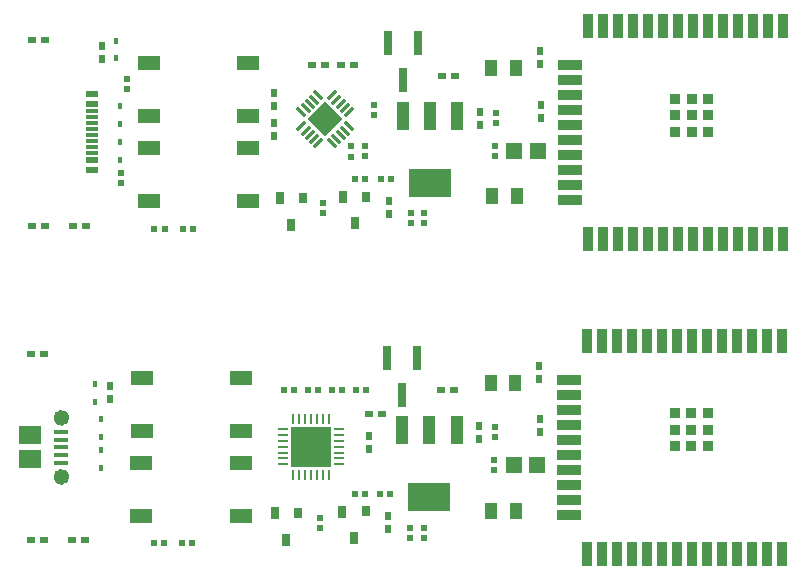
<source format=gtp>
G04 #@! TF.GenerationSoftware,KiCad,Pcbnew,7.0.9*
G04 #@! TF.CreationDate,2024-10-07T22:18:26-04:00*
G04 #@! TF.ProjectId,ESP32_VP,45535033-325f-4565-902e-6b696361645f,rev?*
G04 #@! TF.SameCoordinates,Original*
G04 #@! TF.FileFunction,Paste,Top*
G04 #@! TF.FilePolarity,Positive*
%FSLAX46Y46*%
G04 Gerber Fmt 4.6, Leading zero omitted, Abs format (unit mm)*
G04 Created by KiCad (PCBNEW 7.0.9) date 2024-10-07 22:18:26*
%MOMM*%
%LPD*%
G01*
G04 APERTURE LIST*
G04 Aperture macros list*
%AMRotRect*
0 Rectangle, with rotation*
0 The origin of the aperture is its center*
0 $1 length*
0 $2 width*
0 $3 Rotation angle, in degrees counterclockwise*
0 Add horizontal line*
21,1,$1,$2,0,0,$3*%
G04 Aperture macros list end*
%ADD10C,0.680000*%
%ADD11R,0.639600X0.965200*%
%ADD12R,0.639600X1.016000*%
%ADD13R,0.705600X1.015400*%
%ADD14R,0.540000X0.570000*%
%ADD15R,1.900000X1.300000*%
%ADD16R,0.540000X0.790000*%
%ADD17R,0.790000X0.540000*%
%ADD18R,1.000000X1.400000*%
%ADD19RotRect,0.300000X1.000000X135.000000*%
%ADD20RotRect,0.300000X1.000000X45.000000*%
%ADD21RotRect,2.150000X2.150000X45.000000*%
%ADD22R,0.950000X2.100000*%
%ADD23R,2.100000X0.950000*%
%ADD24R,0.900000X0.900000*%
%ADD25R,0.570000X0.540000*%
%ADD26R,0.400000X0.600000*%
%ADD27R,0.980000X2.470000*%
%ADD28R,3.600000X2.470000*%
%ADD29R,1.410000X1.350000*%
%ADD30R,0.740000X2.100000*%
%ADD31R,1.100000X0.550000*%
%ADD32R,1.100000X0.300000*%
%ADD33R,0.910000X0.280000*%
%ADD34R,0.280000X0.910000*%
%ADD35R,3.350000X3.350000*%
%ADD36R,1.300000X0.400000*%
%ADD37R,1.900000X1.500000*%
G04 APERTURE END LIST*
D10*
X67867000Y-123357000D02*
G75*
G03*
X67867000Y-123357000I-340000J0D01*
G01*
X67867000Y-128357000D02*
G75*
G03*
X67867000Y-128357000I-340000J0D01*
G01*
D11*
X93324200Y-104648000D03*
D12*
X91363800Y-104673400D03*
D13*
X92346800Y-106908300D03*
D14*
X94003600Y-96877400D03*
X94003600Y-97737400D03*
D15*
X83295600Y-104993000D03*
X74895600Y-104993000D03*
X83295600Y-100493000D03*
X74895600Y-100493000D03*
D16*
X70942200Y-91906000D03*
X70942200Y-93006000D03*
D17*
X68461800Y-107086400D03*
X69561800Y-107086400D03*
D14*
X89636600Y-105198000D03*
X89636600Y-106058000D03*
D17*
X92320200Y-93472000D03*
X91220200Y-93472000D03*
D14*
X98247200Y-106021400D03*
X98247200Y-106881400D03*
X97078800Y-106021400D03*
X97078800Y-106881400D03*
X104190800Y-101166400D03*
X104190800Y-100306400D03*
X93243400Y-101217200D03*
X93243400Y-100357200D03*
D18*
X106002800Y-93751400D03*
X103902800Y-93751400D03*
D16*
X102920800Y-97428400D03*
X102920800Y-98528400D03*
D19*
X87837198Y-98683093D03*
X88190751Y-99036646D03*
X88544304Y-99390200D03*
X88897858Y-99743753D03*
X89251411Y-100097306D03*
D20*
X90453493Y-100097306D03*
X90807046Y-99743753D03*
X91160600Y-99390200D03*
X91514153Y-99036646D03*
X91867706Y-98683093D03*
D19*
X91867706Y-97481011D03*
X91514153Y-97127458D03*
X91160600Y-96773904D03*
X90807046Y-96420351D03*
X90453493Y-96066798D03*
D20*
X89251411Y-96066798D03*
X88897858Y-96420351D03*
X88544304Y-96773904D03*
X88190751Y-97127458D03*
X87837198Y-97481011D03*
D21*
X89852452Y-98082052D03*
D17*
X100803800Y-94386400D03*
X99703800Y-94386400D03*
D16*
X95247400Y-105043800D03*
X95247400Y-106143800D03*
D14*
X72567800Y-102643200D03*
X72567800Y-103503200D03*
D17*
X88705600Y-93472000D03*
X89805600Y-93472000D03*
D14*
X92075000Y-101242600D03*
X92075000Y-100382600D03*
D18*
X106079000Y-104597200D03*
X103979000Y-104597200D03*
D14*
X73075800Y-94693000D03*
X73075800Y-95553000D03*
D16*
X108127800Y-96842400D03*
X108127800Y-97942400D03*
D22*
X128574800Y-90229400D03*
X127304800Y-90229400D03*
X126034800Y-90229400D03*
X124764800Y-90229400D03*
X123494800Y-90229400D03*
X122224800Y-90229400D03*
X120954800Y-90229400D03*
X119684800Y-90229400D03*
X118414800Y-90229400D03*
X117144800Y-90229400D03*
X115874800Y-90229400D03*
X114604800Y-90229400D03*
X113334800Y-90229400D03*
X112064800Y-90229400D03*
D23*
X110574800Y-93519400D03*
X110574800Y-94789400D03*
X110574800Y-96059400D03*
X110574800Y-97329400D03*
X110574800Y-98599400D03*
X110574800Y-99869400D03*
X110574800Y-101139400D03*
X110574800Y-102409400D03*
X110574800Y-103679400D03*
X110574800Y-104949400D03*
D22*
X112064800Y-108229400D03*
X113334800Y-108229400D03*
X114604800Y-108229400D03*
X115874800Y-108229400D03*
X117144800Y-108229400D03*
X118414800Y-108229400D03*
X119684800Y-108229400D03*
X120954800Y-108229400D03*
X122224800Y-108229400D03*
X123494800Y-108229400D03*
X124764800Y-108229400D03*
X126034800Y-108229400D03*
X127304800Y-108229400D03*
X128574800Y-108229400D03*
D24*
X122294800Y-99129400D03*
X122294800Y-97729400D03*
X122294800Y-96329400D03*
X120894800Y-99129400D03*
X120894800Y-97729400D03*
X120894800Y-96329400D03*
X119494800Y-99129400D03*
X119494800Y-97729400D03*
X119494800Y-96329400D03*
D11*
X87949800Y-104749600D03*
D12*
X85989400Y-104775000D03*
D13*
X86972400Y-107009900D03*
D16*
X85521800Y-99521400D03*
X85521800Y-98421400D03*
D25*
X77774800Y-107340400D03*
X78634800Y-107340400D03*
X95423400Y-103138800D03*
X94563400Y-103138800D03*
X75390800Y-107340400D03*
X76250800Y-107340400D03*
D26*
X72466200Y-101537200D03*
X72466200Y-100037200D03*
D17*
X65032800Y-91338400D03*
X66132800Y-91338400D03*
D15*
X74930000Y-93340800D03*
X83330000Y-93340800D03*
X74930000Y-97840800D03*
X83330000Y-97840800D03*
D16*
X108000800Y-93412400D03*
X108000800Y-92312400D03*
D26*
X72110600Y-91426600D03*
X72110600Y-92926600D03*
D16*
X85521800Y-95881400D03*
X85521800Y-96981400D03*
D25*
X92404400Y-103138800D03*
X93264400Y-103138800D03*
D17*
X65032800Y-107086400D03*
X66132800Y-107086400D03*
D27*
X101029800Y-97779400D03*
X98729800Y-97779400D03*
X96429800Y-97779400D03*
D28*
X98729800Y-103439400D03*
D29*
X105857800Y-100736400D03*
X107857800Y-100736400D03*
D30*
X95173800Y-91667400D03*
X96443800Y-94767400D03*
X97713800Y-91667400D03*
D26*
X72466200Y-96989200D03*
X72466200Y-98489200D03*
D14*
X104317800Y-97512400D03*
X104317800Y-98372400D03*
D31*
X70147200Y-95961600D03*
X70147200Y-96761600D03*
D32*
X70147200Y-97411600D03*
X70147200Y-97911600D03*
X70147200Y-98411600D03*
X70147200Y-98911600D03*
X70147200Y-99411600D03*
X70147200Y-99911600D03*
X70147200Y-100411600D03*
X70147200Y-100911600D03*
D31*
X70147200Y-101561600D03*
X70147200Y-102361600D03*
D25*
X92456000Y-121031000D03*
X93316000Y-121031000D03*
D33*
X91026000Y-127304800D03*
X91026000Y-126804800D03*
X91026000Y-126304800D03*
X91026000Y-125804800D03*
X91026000Y-125304800D03*
X91026000Y-124804800D03*
X91026000Y-124304800D03*
D34*
X90146000Y-123424800D03*
X89646000Y-123424800D03*
X89146000Y-123424800D03*
X88646000Y-123424800D03*
X88146000Y-123424800D03*
X87646000Y-123424800D03*
X87146000Y-123424800D03*
D33*
X86266000Y-124304800D03*
X86266000Y-124804800D03*
X86266000Y-125304800D03*
X86266000Y-125804800D03*
X86266000Y-126304800D03*
X86266000Y-126804800D03*
X86266000Y-127304800D03*
D34*
X87146000Y-128184800D03*
X87646000Y-128184800D03*
X88146000Y-128184800D03*
X88646000Y-128184800D03*
X89146000Y-128184800D03*
X89646000Y-128184800D03*
X90146000Y-128184800D03*
D35*
X88646000Y-125804800D03*
D26*
X70866000Y-127611000D03*
X70866000Y-126111000D03*
D15*
X74320400Y-120010800D03*
X82720400Y-120010800D03*
X74320400Y-124510800D03*
X82720400Y-124510800D03*
D25*
X86361800Y-121031000D03*
X87221800Y-121031000D03*
D30*
X95123000Y-118312000D03*
X96393000Y-121412000D03*
X97663000Y-118312000D03*
D25*
X92353600Y-129783400D03*
X93213600Y-129783400D03*
D16*
X107950000Y-120057000D03*
X107950000Y-118957000D03*
D17*
X64982000Y-133731000D03*
X66082000Y-133731000D03*
D14*
X104267000Y-124157000D03*
X104267000Y-125017000D03*
X98196400Y-132666000D03*
X98196400Y-133526000D03*
D11*
X87540800Y-131434400D03*
D12*
X85580400Y-131459800D03*
D13*
X86563400Y-133694700D03*
D25*
X95372600Y-129783400D03*
X94512600Y-129783400D03*
D17*
X68411000Y-133731000D03*
X69511000Y-133731000D03*
D25*
X75340000Y-133985000D03*
X76200000Y-133985000D03*
D14*
X104140000Y-127811000D03*
X104140000Y-126951000D03*
D26*
X70358000Y-120493000D03*
X70358000Y-121993000D03*
D16*
X102870000Y-124073000D03*
X102870000Y-125173000D03*
D18*
X106028200Y-131241800D03*
X103928200Y-131241800D03*
D15*
X82686000Y-131663000D03*
X74286000Y-131663000D03*
X82686000Y-127163000D03*
X74286000Y-127163000D03*
D29*
X105807000Y-127381000D03*
X107807000Y-127381000D03*
D16*
X95196600Y-131688400D03*
X95196600Y-132788400D03*
D25*
X88392000Y-121031000D03*
X89252000Y-121031000D03*
D27*
X100979000Y-124424000D03*
X98679000Y-124424000D03*
X96379000Y-124424000D03*
D28*
X98679000Y-130084000D03*
D16*
X71628000Y-120693000D03*
X71628000Y-121793000D03*
D25*
X90424000Y-121031000D03*
X91284000Y-121031000D03*
D14*
X89405400Y-131842600D03*
X89405400Y-132702600D03*
D36*
X67507000Y-124557000D03*
X67507000Y-125207000D03*
X67507000Y-125857000D03*
X67507000Y-126507000D03*
X67507000Y-127157000D03*
D37*
X64897000Y-124857000D03*
X64897000Y-126857000D03*
D17*
X64982000Y-117983000D03*
X66082000Y-117983000D03*
X100753000Y-121031000D03*
X99653000Y-121031000D03*
D14*
X97028000Y-132666000D03*
X97028000Y-133526000D03*
D26*
X70866000Y-123468000D03*
X70866000Y-124968000D03*
D11*
X93273400Y-131292600D03*
D12*
X91313000Y-131318000D03*
D13*
X92296000Y-133552900D03*
D18*
X105952000Y-120396000D03*
X103852000Y-120396000D03*
D22*
X128524000Y-116874000D03*
X127254000Y-116874000D03*
X125984000Y-116874000D03*
X124714000Y-116874000D03*
X123444000Y-116874000D03*
X122174000Y-116874000D03*
X120904000Y-116874000D03*
X119634000Y-116874000D03*
X118364000Y-116874000D03*
X117094000Y-116874000D03*
X115824000Y-116874000D03*
X114554000Y-116874000D03*
X113284000Y-116874000D03*
X112014000Y-116874000D03*
D23*
X110524000Y-120164000D03*
X110524000Y-121434000D03*
X110524000Y-122704000D03*
X110524000Y-123974000D03*
X110524000Y-125244000D03*
X110524000Y-126514000D03*
X110524000Y-127784000D03*
X110524000Y-129054000D03*
X110524000Y-130324000D03*
X110524000Y-131594000D03*
D22*
X112014000Y-134874000D03*
X113284000Y-134874000D03*
X114554000Y-134874000D03*
X115824000Y-134874000D03*
X117094000Y-134874000D03*
X118364000Y-134874000D03*
X119634000Y-134874000D03*
X120904000Y-134874000D03*
X122174000Y-134874000D03*
X123444000Y-134874000D03*
X124714000Y-134874000D03*
X125984000Y-134874000D03*
X127254000Y-134874000D03*
X128524000Y-134874000D03*
D24*
X122244000Y-125774000D03*
X122244000Y-124374000D03*
X122244000Y-122974000D03*
X120844000Y-125774000D03*
X120844000Y-124374000D03*
X120844000Y-122974000D03*
X119444000Y-125774000D03*
X119444000Y-124374000D03*
X119444000Y-122974000D03*
D25*
X77724000Y-133985000D03*
X78584000Y-133985000D03*
D16*
X93590200Y-124900600D03*
X93590200Y-126000600D03*
D17*
X93548200Y-123037600D03*
X94648200Y-123037600D03*
D16*
X108077000Y-123487000D03*
X108077000Y-124587000D03*
M02*

</source>
